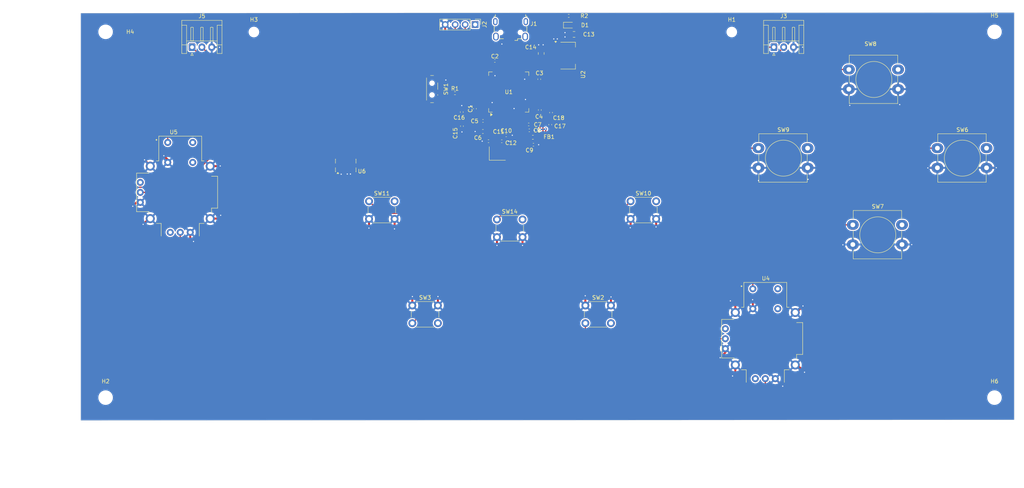
<source format=kicad_pcb>
(kicad_pcb (version 20241229) (generator "pcbnew") (generator_version "9.0")
  (layers (0 "F.Cu" signal) (2 "B.Cu" power) (13 "F.Paste" user) (15 "B.Paste" user) (5 "F.SilkS" user "F.Silkscreen") (7 "B.SilkS" user "B.Silkscreen") (1 "F.Mask" user) (3 "B.Mask" user) (25 "Edge.Cuts" user))
  (net 0 "")
  (net 1 "GND")
  (net 2 "+3.3V")
  (net 3 "+3.3VA")
  (net 4 "/NRST")
  (net 5 "/HSE_IN")
  (net 6 "/HSE_OUT")
  (net 7 "VBUS")
  (net 8 "/PWR_LED_Cathode")
  (net 12 "/USB_D-")
  (net 14 "/USB_D+")
  (net 16 "/SWDIO")
  (net 17 "/SWCLK")
  (net 18 "/SW_BOOT0")
  (net 19 "/BOOT0")
  (net 20 "home")
  (net 21 "capture")
  (net 22 "A")
  (net 23 "B")
  (net 24 "X")
  (net 25 "Y")
  (net 26 "+")
  (net 27 "-")
  (net 28 "ACC_control")
  (net 49 "vlx")
  (net 50 "vly")
  (net 51 "vrx")
  (net 52 "vry")
  (net 53 "cs")
  (net 54 "jl")
  (net 55 "SDO")
  (net 56 "jr")
  (net 57 "SDI")
  (net 58 "SCL")
  (net 59 "r")
  (net 60 "zr")
  (net 61 "l")
  (net 62 "zl")
  (footprint "Capacitor_SMD:C_0402_1005Metric" (layer "F.Cu") (at 145 41.65 90)
    (property "Reference" "C1")
    (property "Value" "100n")
  )
  (footprint "MountingHole:MountingHole_3.2mm_M3" (layer "F.Cu") (at 51.1 22.1)
    (property "Reference" "H4")
    (property "Value" "MountingHole")
  )
  (footprint "Capacitor_SMD:C_0402_1005Metric" (layer "F.Cu") (at 159.87826 50.8)
    (property "Reference" "C9")
    (property "Value" "1u")
  )
  (footprint "Capacitor_SMD:C_0402_1005Metric" (layer "F.Cu") (at 141.7 46.08 -90)
    (property "Reference" "C15")
    (property "Value" "10n")
  )
  (footprint "COM-09032:XDCR_COM-09032" (layer "F.Cu") (at 70.075 62.92)
    (property "Reference" "U5")
    (property "Value" "joystick_left")
  )
  (footprint "Connector_JST:JST_EH_S3B-EH_1x03_P2.50mm_Horizontal" (layer "F.Cu") (at 221 26)
    (property "Reference" "J3")
    (property "Value" "Conn_01x03_Pin")
  )
  (footprint "MountingHole:MountingHole_3.2mm_M3" (layer "F.Cu") (at 277.1 115.1)
    (property "Reference" "H6")
    (property "Value" "MountingHole")
  )
  (footprint "Package_TO_SOT_SMD:SOT-223-3_TabPin2" (layer "F.Cu") (at 168.65 28.15)
    (property "Reference" "U2")
    (property "Value" "AMS1117-3.3")
  )
  (footprint "Button_Switch_THT:SW_PUSH_6mm" (layer "F.Cu") (at 184.58 65.1725)
    (property "Reference" "SW10")
    (property "Value" "SW_Push")
  )
  (footprint "Capacitor_SMD:C_0402_1005Metric" (layer "F.Cu") (at 151.829 49.928435)
    (property "Reference" "C12")
    (property "Value" "10p")
  )
  (footprint "Capacitor_SMD:C_0402_1005Metric" (layer "F.Cu") (at 161.35 34.15 -90)
    (property "Reference" "C3")
    (property "Value" "100n")
  )
  (footprint "Button_Switch_THT:SW_PUSH_6mm" (layer "F.Cu") (at 150.6 69.8)
    (property "Reference" "SW14")
    (property "Value" "SW_Push")
  )
  (footprint "Capacitor_SMD:C_0402_1005Metric" (layer "F.Cu") (at 150.065 29.4875)
    (property "Reference" "C2")
    (property "Value" "100n")
  )
  (footprint "Capacitor_SMD:C_0805_2012Metric" (layer "F.Cu") (at 161.85 27.6 90)
    (property "Reference" "C14")
    (property "Value" "22u")
  )
  (footprint "Connector_JST:JST_EH_S3B-EH_1x03_P2.50mm_Horizontal" (layer "F.Cu") (at 73.08 26)
    (property "Reference" "J5")
    (property "Value" "Conn_01x03_Pin")
  )
  (footprint "Package_LGA:LGA-14_3x5mm_P0.8mm_LayoutBorder1x6y" (layer "F.Cu") (at 112.15 56.0725 90)
    (property "Reference" "U6")
    (property "Value" "ADXL343")
  )
  (footprint "Button_Switch_THT:SW_PUSH-12mm_Wuerth-430476085716" (layer "F.Cu") (at 217.08 51.6725)
    (property "Reference" "SW9")
    (property "Value" "SW_Push")
  )
  (footprint "Capacitor_SMD:C_0402_1005Metric" (layer "F.Cu") (at 148.45 49.9 180)
    (property "Reference" "C11")
    (property "Value" "10p")
  )
  (footprint "COM-09032:XDCR_COM-09032" (layer "F.Cu") (at 218.825 100.12)
    (property "Reference" "U4")
    (property "Value" "joystick_right")
  )
  (footprint "Resistor_SMD:R_0402_1005Metric" (layer "F.Cu") (at 168.85 18.05)
    (property "Reference" "R2")
    (property "Value" "1.5k")
  )
  (footprint "Capacitor_SMD:C_0402_1005Metric" (layer "F.Cu") (at 152.95 48.4)
    (property "Reference" "C10")
    (property "Value" "100n")
  )
  (footprint "LED_SMD:LED_0603_1608Metric" (layer "F.Cu") (at 169 20.4)
    (property "Reference" "D1")
    (property "Value" "RED")
  )
  (footprint "Capacitor_SMD:C_0603_1608Metric" (layer "F.Cu") (at 147.025 47.4375 180)
    (property "Reference" "C6")
    (property "Value" "10u")
  )
  (footprint "Connector_USB:USB_Micro-B_Wuerth_629105150521" (layer "F.Cu") (at 154.055 21.455 180)
    (property "Reference" "J1")
    (property "Value" "USB_B_Micro")
  )
  (footprint "Capacitor_SMD:C_0402_1005Metric" (layer "F.Cu") (at 147.05 44.75 180)
    (property "Reference" "C5")
    (property "Value" "100n")
  )
  (footprint "Crystal:Crystal_SMD_3225-4Pin_3.2x2.5mm" (layer "F.Cu") (at 150.699 53.028435)
    (property "Reference" "Y1" (hide yes))
    (property "Value" "8MHz")
  )
  (footprint "MountingHole:MountingHole_3.2mm_M3" (layer "F.Cu") (at 277.1 22.1)
    (property "Reference" "H5")
    (property "Value" "MountingHole")
  )
  (footprint "Package_QFP:LQFP-64_10x10mm_P0.5mm" (layer "F.Cu") (at 153.6 37.4 90)
    (property "Reference" "U1")
    (property "Value" "STM32F446RETx")
  )
  (footprint "MountingHole:MountingHole_3.2mm_M3" (layer "F.Cu") (at 51.1 115.1)
    (property "Reference" "H2")
    (property "Value" "MountingHole")
  )
  (footprint "Button_Switch_THT:SW_PUSH-12mm_Wuerth-430476085716" (layer "F.Cu") (at 262.58 51.6725)
    (property "Reference" "SW6")
    (property "Value" "SW_Push")
  )
  (footprint "Button_Switch_THT:SW_PUSH_6mm" (layer "F.Cu") (at 129.08 91.6725)
    (property "Reference" "SW3")
    (property "Value" "SW_Push")
  )
  (footprint "Capacitor_SMD:C_0402_1005Metric" (layer "F.Cu") (at 158.67 45.65 180)
    (property "Reference" "C7")
    (property "Value" "10n")
  )
  (footprint "Capacitor_SMD:C_0402_1005Metric" (layer "F.Cu") (at 141.65 42.5 90)
    (property "Reference" "C16")
    (property "Value" "10n")
  )
  (footprint "Button_Switch_THT:SW_PUSH-12mm_Wuerth-430476085716" (layer "F.Cu") (at 240.08 31.6725)
    (property "Reference" "SW8")
    (property "Value" "SW_Push")
  )
  (footprint "Connector_PinHeader_2.54mm:PinHeader_1x04_P2.54mm_Vertical" (layer "F.Cu") (at 145.06 20.25 -90)
    (property "Reference" "J2")
    (property "Value" "Conn_01x04_Pin")
  )
  (footprint "Capacitor_SMD:C_0402_1005Metric" (layer "F.Cu") (at 164.35 42.63 90)
    (property "Reference" "C18")
    (property "Value" "10n")
  )
  (footprint "Capacitor_SMD:C_0805_2012Metric" (layer "F.Cu") (at 170.2 22.75 180)
    (property "Reference" "C13")
    (property "Value" "22u")
  )
  (footprint "Button_Switch_THT:SW_PUSH_6mm" (layer "F.Cu") (at 118.08 65.1725)
    (property "Reference" "SW11")
    (property "Value" "SW_Push")
  )
  (footprint "Button_Switch_SMD:SW_SPDT_PCM12" (layer "F.Cu") (at 134.425 36.65 -90)
    (property "Reference" "SW1")
    (property "Value" "SW_SPDT")
  )
  (footprint "Button_Switch_THT:SW_PUSH_6mm" (layer "F.Cu") (at 173.08 91.6725)
    (property "Reference" "SW2")
    (property "Value" "SW_Push")
  )
  (footprint "Capacitor_SMD:C_0402_1005Metric" (layer "F.Cu") (at 161.5 41.97 -90)
    (property "Reference" "C4")
    (property "Value" "100n")
  )
  (footprint "Capacitor_SMD:C_0402_1005Metric" (layer "F.Cu") (at 158.82826 47.15)
    (property "Reference" "C8")
    (property "Value" "1u")
  )
  (footprint "Button_Switch_THT:SW_PUSH-12mm_Wuerth-430476085716" (layer "F.Cu") (at 241.08 71.1725)
    (property "Reference" "SW7")
    (property "Value" "SW_Push")
  )
  (footprint "Inductor_SMD:L_0603_1608Metric" (layer "F.Cu") (at 159.72826 48.9)
    (property "Reference" "FB1")
    (property "Value" "120R")
  )
  (footprint "Capacitor_SMD:C_0402_1005Metric" (layer "F.Cu") (at 164.15 45.7 -90)
    (property "Reference" "C17")
    (property "Value" "10n")
  )
  (footprint "MountingHole:MountingHole_2.2mm_M2" (layer "F.Cu") (at 88.8 22.15)
    (property "Reference" "H3")
    (property "Value" "MountingHole")
  )
  (footprint "Resistor_SMD:R_0402_1005Metric" (layer "F.Cu") (at 139.925 37.7)
    (property "Reference" "R1")
    (property "Value" "10k")
  )
  (footprint "MountingHole:MountingHole_2.2mm_M2" (layer "F.Cu") (at 210.3 22.15)
    (property "Reference" "H1")
    (property "Value" "MountingHole")
  )
  (gr_line (start 44.8 120.9) (end 44.8 17.35) (stroke (width 0.05)) (layer "Edge.Cuts"))
  (gr_line (start 282.1 120.75) (end 44.8 120.9) (stroke (width 0.05)) (layer "Edge.Cuts"))
  (gr_line (start 44.8 17.35) (end 282.1 17.2) (stroke (width 0.05)) (layer "Edge.Cuts"))
  (gr_line (start 282.1 17.2) (end 282.1 120.75) (stroke (width 0.05)) (layer "Edge.Cuts"))
  (segment (start 110.95 58.25) (end 111 58.3) (width 0.5) (layer "F.Cu") (net 1))
  (segment (start 153.43 48.4) (end 154.55 48.4) (width 0.5) (layer "F.Cu") (net 1))
  (segment (start 62.455 56.2525) (end 62.455 56.105) (width 0.5) (layer "F.Cu") (net 1))
  (segment (start 208.665 103.635) (end 207.35 104.95) (width 0.5) (layer "F.Cu") (net 1))
  (segment (start 129.08 91.6725) (end 129.08 89.42) (width 0.5) (layer "F.Cu") (net 1))
  (segment (start 150.35 31.725) (end 150.35 32.781093) (width 0.3) (layer "F.Cu") (net 1))
  (segment (start 155.1 41.6) (end 154.95 41.6) (width 0.3) (layer "F.Cu") (net 1))
  (segment (start 147.97 49.9) (end 146.85 49.9) (width 0.5) (layer "F.Cu") (net 1))
  (segment (start 155.35 41.85) (end 155.1 41.6) (width 0.3) (layer "F.Cu") (net 1))
  (segment (start 141.7 46.56) (end 141.7 47.45) (width 0.5) (layer "F.Cu") (net 1))
  (segment (start 160.65 42.45) (end 161.5 42.45) (width 0.3) (layer "F.Cu") (net 1))
  (segment (start 137.44 22.56) (end 137.44 20.25) (width 0.5) (layer "F.Cu") (net 1))
  (segment (start 147.925 40.65) (end 145.52 40.65) (width 0.3) (layer "F.Cu") (net 1))
  (segment (start 240.08 36.6725) (end 240.08 40.58) (width 0.5) (layer "F.Cu") (net 1))
  (segment (start 110.95 57.0725) (end 110.95 58.25) (width 0.5) (layer "F.Cu") (net 1))
  (segment (start 241.08 76.1725) (end 238.6275 76.1725) (width 0.5) (layer "F.Cu") (net 1))
  (segment (start 137.55 34.4) (end 137.6 34.35) (width 0.5) (layer "F.Cu") (net 1))
  (segment (start 159.275 34.15) (end 157.65 34.15) (width 0.3) (layer "F.Cu") (net 1))
  (segment (start 72.615 73.08) (end 72.615 74.565) (width 0.5) (layer "F.Cu") (net 1))
  (segment (start 62.1125 69.5875) (end 60.65 71.05) (width 0.5) (layer "F.Cu") (net 1))
  (segment (start 118.08 71.97) (end 118.05 72) (width 0.5) (layer "F.Cu") (net 1))
  (segment (start 260.1775 56.6725) (end 260.15 56.7) (width 0.5) (layer "F.Cu") (net 1))
  (segment (start 155.35 43.075) (end 155.35 41.85) (width 0.3) (layer "F.Cu") (net 1))
  (segment (start 217.08 56.6725) (end 217.08 59.88) (width 0.5) (layer "F.Cu") (net 1))
  (segment (start 145.05 47.45) (end 145.0625 47.4375) (width 0.5) (layer "F.Cu") (net 1))
  (segment (start 146.57 44.75) (end 146.57 45.9425) (width 0.5) (layer "F.Cu") (net 1))
  (segment (start 124.58 72.17) (end 124.55 72.2) (width 0.5) (layer "F.Cu") (net 1))
  (segment (start 129.08 89.42) (end 129.1 89.4) (width 0.5) (layer "F.Cu") (net 1))
  (segment (start 135.58 89.42) (end 135.6 89.4) (width 0.5) (layer "F.Cu") (net 1))
  (segment (start 124.58 69.6725) (end 124.58 72.17) (width 0.5) (layer "F.Cu") (net 1))
  (segment (start 161.13 34.63) (end 161.35 34.63) (width 0.3) (layer "F.Cu") (net 1))
  (segment (start 78.08 26) (end 80 26) (width 0.3) (layer "F.Cu") (net 1))
  (segment (start 154.55 48.4) (end 154.5 48.4) (width 0.5) (layer "F.Cu") (net 1))
  (segment (start 215.65 90.25) (end 215.6 90.2) (width 0.5) (layer "F.Cu") (net 1))
  (segment (start 277.5275 56.6725) (end 277.55 56.65) (width 0.5) (layer "F.Cu") (net 1))
  (segment (start 157.1 74.3) (end 157.1 76.4) (width 0.5) (layer "F.Cu") (net 1))
  (segment (start 112.55 57.0725) (end 112.55 58.25) (width 0.5) (layer "F.Cu") (net 1))
  (segment (start 146.25 47.4375) (end 145.0625 47.4375) (width 0.5) (layer "F.Cu") (net 1))
  (segment (start 160.2 40.65) (end 160.55 41) (width 0.3) (layer "F.Cu") (net 1))
  (segment (start 226.9375 106.7875) (end 228.8 108.65) (width 0.5) (layer "F.Cu") (net 1))
  (segment (start 229.58 59.48) (end 229.7 59.6) (width 0.5) (layer "F.Cu") (net 1))
  (segment (start 211.205 106.7875) (end 211.205 108.895) (width 0.5) (layer "F.Cu") (net 1))
  (segment (start 191.08 69.6725) (end 191.08 71.67) (width 0.5) (layer "F.Cu") (net 1))
  (segment (start 160.35826 50.8) (end 161.2 50.8) (width 0.5) (layer "F.Cu") (net 1))
  (segment (start 146.57 45.9425) (end 146.35 46.1625) (width 0.5) (layer "F.Cu") (net 1))
  (segment (start 152.755 24.295) (end 151.85 25.2) (width 0.3) (layer "F.Cu") (net 1))
  (segment (start 157.9 40.65) (end 159.275 40.65) (width 0.3) (layer "F.Cu") (net 1))
  (segment (start 211.205 93.4525) (end 211.205 91.755) (width 0.5) (layer "F.Cu") (net 1))
  (segment (start 118.08 69.6725) (end 118.08 71.97) (width 0.5) (layer "F.Cu") (net 1))
  (segment (start 150.35 30.4325) (end 150.35 31.725) (width 0.3) (layer "F.Cu") (net 1))
  (segment (start 191.08 71.67) (end 191.05 71.7) (width 0.5) (layer "F.Cu") (net 1))
  (segment (start 135.855 34.4) (end 137.55 34.4) (width 0.5) (layer "F.Cu") (net 1))
  (segment (start 156.75 45.65) (end 158.19 45.65) (width 0.3) (layer "F.Cu") (net 1))
  (segment (start 141.65 42.02) (end 141.65 41.1) (width 0.5) (layer "F.Cu") (net 1))
  (segment (start 150.6 74.3) (end 150.6 76.4) (width 0.5) (layer "F.Cu") (net 1))
  (segment (start 253.58 76.1725) (end 256.0225 76.1725) (width 0.5) (layer "F.Cu") (net 1))
  (segment (start 226.445 106.7875) (end 226.9375 106.7875) (width 0.5) (layer "F.Cu") (net 1))
  (segment (start 160.55 42.35) (end 160.65 42.45) (width 0.3) (layer "F.Cu") (net 1))
  (segment (start 157.85 39.3) (end 157.85 40.6) (width 0.3) (layer "F.Cu") (net 1))
  (segment (start 153.65 49.9) (end 153.621565 49.928435) (width 0.5) (layer "F.Cu") (net 1))
  (segment (start 173.08 91.6725) (end 173.08 89.23) (width 0.5) (layer "F.Cu") (net 1))
  (segment (start 211.205 108.895) (end 210.5 109.6) (width 0.5) (layer "F.Cu") (net 1))
  (segment (start 173.08 89.23) (end 173.05 89.2) (width 0.5) (layer "F.Cu") (net 1))
  (segment (start 184.58 71.82) (end 184.5 71.9) (width 0.5) (layer "F.Cu") (net 1))
  (segment (start 150.2 33.15) (end 150.2 32.931093) (width 0.3) (layer "F.Cu") (net 1))
  (segment (start 149.392647 40.091014) (end 149.383669 40.082036) (width 0.3) (layer "F.Cu") (net 1))
  (segment (start 66.9 54.6) (end 65.9 53.6) (width 0.5) (layer "F.Cu") (net 1))
  (segment (start 155.35 44.25) (end 156.75 45.65) (width 0.3) (layer "F.Cu") (net 1))
  (segment (start 145.52 40.65) (end 145 41.17) (width 0.3) (layer "F.Cu") (net 1))
  (segment (start 80 26) (end 80.05 26.05) (width 0.3) (layer "F.Cu") (net 1))
  (segment (start 262.58 56.6725) (end 260.1775 56.6725) (width 0.5) (layer "F.Cu") (net 1))
  (segment (start 80.1975 56.2525) (end 80.25 56.2) (width 0.5) (layer "F.Cu") (net 1))
  (segment (start 215.65 92.5) (end 215.65 90.25) (width 0.5) (layer "F.Cu") (net 1))
  (segment (start 152.755 23.355) (end 152.755 24.295) (width 0.3) (layer "F.Cu") (net 1))
  (segment (start 179.58 91.6725) (end 179.58 89.52) (width 0.5) (layer "F.Cu") (net 1))
  (segment (start 238.6275 76.1725) (end 238.55 76.25) (width 0.5) (layer "F.Cu") (net 1))
  (segment (start 159.30826 47.15) (end 160.1 47.15) (width 0.5) (layer "F.Cu") (net 1))
  (segment (start 150.1 33.25) (end 150.2 33.15) (width 0.3) (layer "F.Cu") (net 1))
  (segment (start 252.58 40.18) (end 253 40.6) (width 0.5) (layer "F.Cu") (net 1))
  (segment (start 221.365 110.28) (end 221.365 110.315) (width 0.5) (layer "F.Cu") (net 1))
  (segment (start 155.35 43.075) (end 155.35 44.25) (width 0.3) (layer "F.Cu") (net 1))
  (segment (start 66.9 55.3) (end 66.9 54.6) (width 0.5) (layer "F.Cu") (net 1))
  (segment (start 135.58 91.6725) (end 135.58 89.42) (width 0.5) (layer "F.Cu") (net 1))
  (segment (start 77.695 69.5875) (end 79.5125 69.5875) (width 0.5) (layer "F.Cu") (net 1))
  (segment (start 221.365 110.315) (end 223.25 112.2) (width 0.5) (layer "F.Cu") (net 1))
  (segment (start 150.545 29.4875) (end 150.545 30.2375) (width 0.3) (layer "F.Cu") (net 1))
  (segment (start 157.85 40.6) (end 157.9 40.65) (width 0.3) (layer "F.Cu") (net 1))
  (segment (start 226.7475 93.4525) (end 228.4 91.8) (width 0.5) (layer "F.Cu") (net 1))
  (segment (start 79.5125 69.5875) (end 80.35 68.75) (width 0.5) (layer "F.Cu") (net 1))
  (segment (start 159.275 34.15) (end 160.65 34.15) (width 0.3) (layer "F.Cu") (net 1))
  (segment (start 211.205 91.755) (end 209.95 90.5) (width 0.5) (layer "F.Cu") (net 1))
  (segment (start 144.17 41.17) (end 143.95 40.95) (width 0.3) (layer "F.Cu") (net 1))
  (segment (start 150.545 30.2375) (end 150.35 30.4325) (width 0.3) (layer "F.Cu") (net 1))
  (segment (start 240.08 40.58) (end 240.3 40.8) (width 0.5) (layer "F.Cu") (net 1))
  (segment (start 141.7 47.45) (end 141.7 47.55) (width 0.5) (layer "F.Cu") (net 1))
  (segment (start 160.55 41) (end 160.55 42.35) (width 0.3) (layer "F.Cu") (net 1))
  (segment (start 149.392647 40.142647) (end 149.392647 40.091014) (width 0.3) (layer "F.Cu") (net 1))
  (segment (start 150.35 32.781093) (end 150.2 32.931093) (width 0.3) (layer "F.Cu") (net 1))
  (segment (start 275.08 56.6725) (end 277.5275 56.6725) (width 0.5) (layer "F.Cu") (net 1))
  (segment (start 252.58 36.6725) (end 252.58 40.18) (width 0.5) (layer "F.Cu") (net 1))
  (segment (start 77.695 56.2525) (end 80.1975 56.2525) (width 0.5) (layer "F.Cu") (net 1))
  (segment (start 58.99 65.46) (end 58 66.45) (width 0.5) (layer "F.Cu") (net 1))
  (segment (start 72.615 74.565) (end 73.45 75.4) (width 0.5) (layer "F.Cu") (net 1))
  (segment (start 148.885294 40.65) (end 149.392647 40.142647) (width 0.3) (layer "F.Cu") (net 1))
  (segment (start 141.65 41.1) (end 141.65 40.85) (width 0.5) (layer "F.Cu") (net 1))
  (segment (start 184.58 69.6725) (end 184.58 71.82) (width 0.5) (layer "F.Cu") (net 1))
  (segment (start 160.65 34.15) (end 161.13 34.63) (width 0.3) (layer "F.Cu") (net 1))
  (segment (start 62.455 69.5875) (end 62.1125 69.5875) (width 0.5) (layer "F.Cu") (net 1))
  (segment (start 146.25 46.2625) (end 146.25 47.4375) (width 0.5) (layer "F.Cu") (net 1))
  (segment (start 152.309 49.928435) (end 153.621565 49.928435) (width 0.5) (layer "F.Cu") (net 1))
  (segment (start 169.36 18.05) (end 170.25 18.05) (width 0.5) (layer "F.Cu") (net 1))
  (segment (start 226 26) (end 228.3 26) (width 0.3) (layer "F.Cu") (net 1))
  (segment (start 145 41.17) (end 144.17 41.17) (width 0.3) (layer "F.Cu") (net 1))
  (segment (start 217.08 59.88) (end 217.1 59.9) (width 0.5) (layer "F.Cu") (net 1))
  (segment (start 256.0225 76.1725) (end 256.05 76.2) (width 0.5) (layer "F.Cu") (net 1))
  (segment (start 146.35 46.1625) (end 146.25 46.2625) (width 0.3) (layer "F.Cu") (net 1))
  (segment (start 226.445 93.4525) (end 226.7475 93.4525) (width 0.5) (layer "F.Cu") (net 1))
  (segment (start 208.665 102.66) (end 208.665 103.635) (width 0.5) (layer "F.Cu") (net 1))
  (segment (start 147.925 40.65) (end 148.885294 40.65) (width 0.3) (layer "F.Cu") (net 1))
  (segment (start 229.58 56.6725) (end 229.58 59.48) (width 0.5) (layer "F.Cu") (net 1))
  (segment (start 59.915 65.46) (end 58.99 65.46) (width 0.5) (layer "F.Cu") (net 1))
  (segment (start 113.35 57.0725) (end 113.35 58.25) (width 0.5) (layer "F.Cu") (net 1))
  (segment (start 62.455 56.105) (end 61 54.65) (width 0.5) (layer "F.Cu") (net 1))
  (segment (start 159.275 40.65) (end 160.2 40.65) (width 0.3) (layer "F.Cu") (net 1))
  (segment (start 179.58 89.52) (end 179.6 89.5) (width 0.5) (layer "F.Cu") (net 1))
  (via (at 162.35 25.4) (size 0.6) (drill 0.3) (layers "F.Cu" "B.Cu") (net 1))
  (via (at 137.6 34.35) (size 0.7) (drill 0.3) (layers "F.Cu" "B.Cu") (net 1))
  (via (at 61 54.65) (size 0.7) (drill 0.3) (layers "F.Cu" "B.Cu") (net 1))
  (via (at 124.55 72.2) (size 0.7) (drill 0.3) (layers "F.Cu" "B.Cu") (net 1))
  (via (at 141.65 40.85) (size 0.7) (drill 0.3) (layers "F.Cu" "B.Cu") (net 1))
  (via (at 161.2 25.4) (size 0.6) (drill 0.3) (layers "F.Cu" "B.Cu") (net 1))
  (via (at 191.05 71.7) (size 0.7) (drill 0.3) (layers "F.Cu" "B.Cu") (net 1))
  (via (at 157.1 76.4) (size 0.7) (drill 0.3) (layers "F.Cu" "B.Cu") (net 1))
  (via (at 277.55 56.65) (size 0.7) (drill 0.3) (layers "F.Cu" "B.Cu") (net 1))
  (via (at 145.0625 47.4375) (size 0.7) (drill 0.3) (layers "F.Cu" "B.Cu") (net 1))
  (via (at 80.25 56.2) (size 0.7) (drill 0.3) (layers "F.Cu" "B.Cu") (net 1))
  (via (at 157.85 39.3) (size 0.7) (drill 0.3) (layers "F.Cu" "B.Cu") (net 1))
  (via (at 113.35 58.25) (size 0.7) (drill 0.3) (layers "F.Cu" "B.Cu") (net 1))
  (via (at 154.5 48.4) (size 0.7) (drill 0.3) (layers "F.Cu" "B.Cu") (net 1))
  (via (at 228.8 108.65) (size 0.7) (drill 0.3) (layers "F.Cu" "B.Cu") (net 1))
  (via (at 238.55 76.25) (size 0.7) (drill 0.3) (layers "F.Cu" "B.Cu") (net 1))
  (via (at 167.9 23.4) (size 0.6) (drill 0.3) (layers "F.Cu" "B.Cu") (net 1))
  (via (at 112.55 58.25) (size 0.7) (drill 0.3) (layers "F.Cu" "B.Cu") (net 1))
  (via (at 157.65 34.15) (size 0.7) (drill 0.3) (layers "F.Cu" "B.Cu") (net 1))
  (via (at 135.6 89.4) (size 0.7) (drill 0.3) (layers "F.Cu" "B.Cu") (net 1))
  (via (at 184.5 71.9) (size 0.7) (drill 0.3) (layers "F.Cu" "B.Cu") (net 1))
  (via (at 111 58.3) (size 0.7) (drill 0.3) (layers "F.Cu" "B.Cu") (net 1))
  (via (at 207.35 104.95) (size 0.7) (drill 0.3) (layers "F.Cu" "B.Cu") (net 1))
  (via (at 215.6 90.2) (size 0.7) (drill 0.3) (layers "F.Cu" "B.Cu") (net 1))
  (via (at 80.05 26.05) (size 0.7) (drill 0.3) (layers "F.Cu" "B.Cu") (net 1))
  (via (at 153.621565 49.928435) (size 0.7) (drill 0.3) (layers "F.Cu" "B.Cu") (net 1))
  (via (at 209.95 90.5) (size 0.7) (drill 0.3) (layers "F.Cu" "B.Cu") (net 1))
  (via (at 165.05 23.9) (size 0.6) (drill 0.3) (layers "F.Cu" "B.Cu") (net 1))
  (via (at 151.85 25.2) (size 0.6) (drill 0.3) (layers "F.Cu" "B.Cu") (net 1))
  (via (at 217.1 59.9) (size 0.7) (drill 0.3) (layers "F.Cu" "B.Cu") (net 1))
  (via (at 149.383669 40.082036) (size 0.7) (drill 0.3) (layers "F.Cu" "B.Cu") (net 1))
  (via (at 256.05 76.2) (size 0.7) (drill 0.3) (layers "F.Cu" "B.Cu") (net 1))
  (via (at 210.5 109.6) (size 0.7) (drill 0.3) (layers "F.Cu" "B.Cu") (net 1))
  (via (at 240.3 40.8) (size 0.7) (drill 0.3) (layers "F.Cu" "B.Cu") (net 1))
  (via (at 223.25 112.2) (size 0.7) (drill 0.3) (layers "F.Cu" "B.Cu") (net 1))
  (via (at 150.1 33.25) (size 0.7) (drill 0.3) (layers "F.Cu" "B.Cu") (net 1))
  (via (at 143.95 40.95) (size 0.7) (drill 0.3) (layers "F.Cu" "B.Cu") (net 1))
  (via (at 228.4 91.8) (size 0.7) (drill 0.3) (layers "F.Cu" "B.Cu") (net 1))
  (via (at 118.05 72) (size 0.7) (drill 0.3) (layers "F.Cu" "B.Cu") (net 1))
  (via (at 167.9 22.3) (size 0.6) (drill 0.3) (layers "F.Cu" "B.Cu") (net 1))
  (via (at 154.95 41.6) (size 0.7) (drill 0.3) (layers "F.Cu" "B.Cu") (net 1))
  (via (at 80.35 68.75) (size 0.7) (drill 0.3) (layers "F.Cu" "B.Cu") (net 1))
  (via (at 179.6 89.5) (size 0.7) (drill 0.3) (layers "F.Cu" "B.Cu") (net 1))
  (via (at 160.1 47.15) (size 0.7) (drill 0.3) (layers "F.Cu" "B.Cu") (net 1))
  (via (at 253 40.6) (size 0.7) (drill 0.3) (layers "F.Cu" "B.Cu") (net 1))
  (via (at 141.7 47.55) (size 0.7) (drill 0.3) (layers "F.Cu" "B.Cu") (net 1))
  (via (at 60.65 71.05) (size 0.7) (drill 0.3) (layers "F.Cu" "B.Cu") (net 1))
  (via (at 165.95 23.9) (size 0.6) (drill 0.3) (layers "F.Cu" "B.Cu") (net 1))
  (via (at 150.6 76.4) (size 0.7) (drill 0.3) (layers "F.Cu" "B.Cu") (net 1))
  (via (at 129.1 89.4) (size 0.7) (drill 0.3) (layers "F.Cu" "B.Cu") (net 1))
  (via (at 161.2 50.8) (size 0.7) (drill 0.3) (layers "F.Cu" "B.Cu") (net 1))
  (via (at 58 66.45) (size 0.7) (drill 0.3) (layers "F.Cu" "B.Cu") (net 1))
  (via (at 229.7 59.6) (size 0.7) (drill 0.3) (layers "F.Cu" "B.Cu") (net 1))
  (via (at 173.05 89.2) (size 0.7) (drill 0.3) (layers "F.Cu" "B.Cu") (net 1))
  (via (at 65.9 53.6) (size 0.7) (drill 0.3) (layers "F.Cu" "B.Cu") (net 1))
  (via (at 73.45 75.4) (size 0.7) (drill 0.3) (layers "F.Cu" "B.Cu") (net 1))
  (via (at 228.3 26) (size 0.7) (drill 0.3) (layers "F.Cu" "B.Cu") (net 1))
  (via (at 146.85 49.9) (size 0.7) (drill 0.3) (layers "F.Cu" "B.Cu") (net 1))
  (via (at 260.15 56.7) (size 0.7) (drill 0.3) (layers "F.Cu" "B.Cu") (net 1))
  (segment (start 159.275 33.65) (end 160.95 33.65) (width 0.3) (layer "F.Cu") (net 2))
  (segment (start 146.15 41.15) (end 145.17 42.13) (width 0.3) (layer "F.Cu") (net 2))
  (segment (start 160.97 33.67) (end 161.35 33.67) (width 0.3) (layer "F.Cu") (net 2))
  (segment (start 160.95 33.65) (end 160.97 33.67) (width 0.3) (layer "F.Cu") (net 2))
  (segment (start 160.51576 48.9) (end 160.51576 49.5625) (width 0.3) (layer "F.Cu") (net 2))
  (segment (start 171.15 22.75) (end 172.15 21.75) (width 0.5) (layer "F.Cu") (net 2))
  (segment (start 161.809999 41.49) (end 162.3 41.980001) (width 0.3) (layer "F.Cu") (net 2))
  (segment (start 149.585 30.1275) (end 149.85 30.3925) (width 0.3) (layer "F.Cu") (net 2))
  (segment (start 147.53 44.75) (end 147.53 45.83) (width 0.5) (layer "F.Cu") (net 2))
  (segment (start 160.85 40.15) (end 161.5 40.8) (width 0.3) (layer "F.Cu") (net 2))
  (segment (start 147.735 47.3725) (end 147.8 47.4375) (width 0.3) (layer "F.Cu") (net 2))
  (segment (start 171.15 21.7625) (end 169.7875 20.4) (width 0.5) (layer "F.Cu") (net 2))
  (segment (start 165.15 27.95) (end 165.45 27.95) (width 0.2) (layer "F.Cu") (net 2))
  (segment (start 160.95 33.65) (end 161 33.65) (width 0.3) (layer "F.Cu") (net 2))
  (segment (start 162.3 50.9) (end 161.35 51.85) (width 0.3) (layer "F.Cu") (net 2))
  (segment (start 161.5 41.49) (end 161.809999 41.49) (width 0.3) (layer "F.Cu") (net 2))
  (segment (start 175.05 22.65) (end 175.05 31.75) (width 0.5) (layer "F.Cu") (net 2))
  (segment (start 149.85 43.075) (end 148.175 44.75) (width 0.3) (layer "F.Cu") (net 2))
  (segment (start 148.175 44.75) (end 147.53 44.75) (width 0.3) (layer "F.Cu") (net 2))
  (segment (start 172.15 21.75) (end 174.15 21.75) (width 0.5) (layer "F.Cu") (net 2))
  (segment (start 147.735 46.035) (end 147.735 47.3725) (width 0.5) (layer "F.Cu") (net 2))
  (segment (start 145.17 42.13) (end 145 42.13) (width 0.3) (layer "F.Cu") (net 2))
  (segment (start 149.585 29.4875) (end 149.585 30.1275) (width 0.3) (layer "F.Cu") (net 2))
  (segment (start 159.39826 50.84826) (end 159.39826 50.8) (width 0.3) (layer "F.Cu") (net 2))
  (segment (start 171.2125 22.6125) (end 171.15 22.55) (width 0.2) (layer "F.Cu") (net 2))
  (segment (start 161.35 51.85) (end 160.4 51.85) (width 0.3) (layer "F.Cu") (net 2))
  (segment (start 162.3 41.980001) (end 162.3 50.9) (width 0.3) (layer "F.Cu") (net 2))
  (segment (start 147.53 45.83) (end 147.735 46.035) (width 0.5) (layer "F.Cu") (net 2))
  (segment (start 173.13 33.67) (end 161.35 33.67) (width 0.5) (layer "F.Cu") (net 2))
  (segment (start 161.35 33.67) (end 161.35 33.65) (width 0.3) (layer "F.Cu") (net 2))
  (segment (start 175.05 31.75) (end 173.13 33.67) (width 0.5) (layer "F.Cu") (net 2))
  (segment (start 161.5 40.8) (end 161.5 41.49) (width 0.3) (layer "F.Cu") (net 2))
  (segment (start 160.4 51.85) (end 159.39826 50.84826) (width 0.3) (layer "F.Cu") (net 2))
  (segment (start 159.275 40.15) (end 160.85 40.15) (width 0.3) (layer "F.Cu") (net 2))
  (segment (start 171.15 22.75) (end 171.15 21.7625) (width 0.5) (layer "F.Cu") (net 2))
  (segment (start 160.51576 49.5625) (end 159.39826 50.68) (width 0.3) (layer "F.Cu") (net 2))
  (segment (start 149.85 30.3925) (end 149.85 31.725) (width 0.3) (layer "F.Cu") (net 2))
  (segment (start 147.925 41.15) (end 146.15 41.15) (width 0.3) (layer "F.Cu") (net 2))
  (segment (start 159.39826 50.68) (end 159.39826 50.8) (width 0.3) (layer "F.Cu") (net 2))
  (segment (start 174.15 21.75) (end 175.05 22.65) (width 0.5) (layer "F.Cu") (net 2))
  (segment (start 158.94076 48.1125) (end 158.94076 48.9) (width 0.3) (layer "F.Cu") (net 3))
  (segment (start 159.15 45.65) (end 159.15 46.3) (width 0.3) (layer "F.Cu") (net 3))
  (segment (start 156.6 44.75) (end 158.55 44.75) (width 0.3) (layer "F.Cu") (net 3))
  (segment (start 158.55 44.75) (end 159.15 45.35) (width 0.3) (layer "F.Cu") (net 3))
  (segment (start 159.15 45.35) (end 159.15 45.65) (width 0.3) (layer "F.Cu") (net 3))
  (segment (start 155.85 43.075) (end 155.85 44) (width 0.3) (layer "F.Cu") (net 3))
  (segment (start 159.15 46.3) (end 158.34826 47.10174) (width 0.3) (layer "F.Cu") (net 3))
  (segment (start 158.34826 47.52) (end 158.94076 48.1125) (width 0.3) (layer "F.Cu") (net 3))
  (segment (start 155.85 44) (end 156.6 44.75) (width 0.3) (layer "F.Cu") (net 3))
  (segment (start 158.34826 47.10174) (end 158.34826 47.15) (width 0.3) (layer "F.Cu") (net 3))
  (segment (start 158.34826 47.15) (end 158.34826 47.52) (width 0.3) (layer "F.Cu") (net 3))
  (segment (start 152.85 45.35) (end 152.42 45.78) (width 0.3) (layer "F.Cu") (net 4))
  (segment (start 152.42 45.78) (end 152.42 48.35) (width 0.3) (layer "F.Cu") (net 4))
  (segment (start 152.85 43.075) (end 152.85 45.35) (width 0.3) (layer "F.Cu") (net 4))
  (segment (start 152.42 48.35) (end 152.47 48.4) (width 0.3) (layer "F.Cu") (net 4))
  (segment (start 148.93 49.9) (end 148.849 49.981) (width 0.3) (layer "F.Cu") (net 5))
  (segment (start 150.45 45.6325) (end 150.45 48.25) (width 0.3) (layer "F.Cu") (net 5))
  (segment (start 148.849 49.981) (end 148.849 50.499) (width 0.3) (layer "F.Cu") (net 5))
  (segment (start 148.93 49.77) (end 148.93 49.9) (width 0.3) (layer "F.Cu") (net 5))
  (segment (start 150.45 48.25) (end 148.93 49.77) (width 0.3) (layer "F.Cu") (net 5))
  (segment (start 150.65 51.572565) (end 150.65 52.827435) (width 0.3) (layer "F.Cu") (net 5))
  (segment (start 148.849 50.499) (end 149.125935 50.775935) (width 0.3) (layer "F.Cu") (net 5))
  (segment (start 151.85 44.2325) (end 150.45 45.6325) (width 0.3) (layer "F.Cu") (net 5))
  (segment (start 149.85337 50.775935) (end 150.65 51.572565) (width 0.3) (layer "F.Cu") (net 5))
  (segment (start 151.85 43.075) (end 151.85 44.2325) (width 0.3) (layer "F.Cu") (net 5))
  (segment (start 150.65 52.827435) (end 149.599 53.878435) (width 0.3) (layer "F.Cu") (net 5))
  (segment (start 149.125935 50.775935) (end 149.85337 50.775935) (width 0.3) (layer "F.Cu") (net 5))
  (segment (start 152.35 44.85) (end 151.35 45.85) (width 0.3) (layer "F.Cu") (net 6))
  (segment (start 151.35 49.927435) (end 151.349 49.928435) (width 0.3) (layer "F.Cu") (net 6))
  (segment (start 151.35 45.85) (end 151.35 49.927435) (width 0.3) (layer "F.Cu") (net 6))
  (segment (start 151.349 49.928435) (end 151.349 51.728435) (width 0.3) (layer "F.Cu") (net 6))
  (segment (start 151.349 51.728435) (end 151.799 52.178435) (width 0.3) (layer "F.Cu") (net 6))
  (segment (start 152.35 43.075) (end 152.35 44.85) (width 0.3) (layer "F.Cu") (net 6))
  (segment (start 168.34 20.2725) (end 168.2125 20.4) (width 0.2) (layer "F.Cu") (net 8))
  (segment (start 154.581 24.292368) (end 154.581 23.479) (width 0.2) (layer "F.Cu") (net 12))
  (segment (start 154.581 23.479) (end 154.705 23.355) (width 0.2) (layer "F.Cu") (net 12))
  (segment (start 151.825 30.537499) (end 151.825 27.048368) (width 0.2) (layer "F.Cu") (net 12))
  (segment (start 151.85 30.562499) (end 151.825 30.537499) (width 0.2) (layer "F.Cu") (net 12))
  (segment (start 151.825 27.048368) (end 154.581 24.292368) (width 0.2) (layer "F.Cu") (net 12))
  (segment (start 151.85 31.725) (end 151.85 30.562499) (width 0.2) (layer "F.Cu") (net 12))
  (segment (start 154.055 24.182) (end 154.055 23.355) (width 0.2) (layer "F.Cu") (net 14))
  (segment (start 151.375 30.537499) (end 151.375 26.862) (width 0.2) (layer "F.Cu") (net 14))
  (segment (start 151.35 31.725) (end 151.35 30.562499) (width 0.2) (layer "F.Cu") (net 14))
  (segment (start 151.35 30.562499) (end 151.375 30.537499) (width 0.2) (layer "F.Cu") (net 14))
  (segment (start 151.375 26.862) (end 154.055 24.182) (width 0.2) (layer "F.Cu") (net 14))
  (segment (start 149.75 34.25) (end 150.55 34.25) (width 0.3) (layer "F.Cu") (net 16))
  (segment (start 150.85 33.95) (end 150.85 31.725) (width 0.3) (layer "F.Cu") (net 16))
  (segment (start 142.52 26.22) (end 149.2 32.9) (width 0.3) (layer "F.Cu") (net 16))
  (segment (start 150.55 34.25) (end 150.85 33.95) (width 0.3) (layer "F.Cu") (net 16))
  (segment (start 149.2 33.7) (end 149.75 34.25) (width 0.3) (layer "F.Cu") (net 16))
  (segment (start 149.2 32.9) (end 149.2 33.7) (width 0.3) (layer "F.Cu") (net 16))
  (segment (start 142.52 20.25) (end 142.52 26.22) (width 0.3) (layer "F.Cu") (net 16))
  (segment (start 147.925 33.65) (end 139.98 25.705) (width 0.3) (layer "F.Cu") (net 17))
  (segment (start 139.98 25.705) (end 139.98 20.25) (width 0.3) (layer "F.Cu") (net 17))
  (segment (start 138 37.4) (end 138.3 37.7) (width 0.3) (layer "F.Cu") (net 18))
  (segment (start 138.3 37.7) (end 139.415 37.7) (width 0.3) (layer "F.Cu") (net 18))
  (segment (start 135.855 37.4) (end 138 37.4) (width 0.3) (layer "F.Cu") (net 18))
  (segment (start 145.45 37.7) (end 140.435 37.7) (width 0.3) (layer "F.Cu") (net 19))
  (segment (start 146.9 39.15) (end 145.45 37.7) (width 0.3) (layer "F.Cu") (net 19))
  (segment (start 147.925 39.15) (end 146.9 39.15) (width 0.3) (layer "F.Cu") (net 19))
  (segment (start 50.5 56.45) (end 50.5 82.6) (width 0.3) (layer "F.Cu") (net 20))
  (segment (start 67.3 52.05) (end 54.9 52.05) (width 0.3) (layer "F.Cu") (net 20))
  (segment (start 50.5 82.6) (end 71.55 103.65) (width 0.3) (layer "F.Cu") (net 20))
  (segment (start 54.9 52.05) (end 50.5 56.45) (width 0.3) (layer "F.Cu") (net 20))
  (segment (start 140.61152 31.06152) (end 88.28848 31.06152) (width 0.3) (layer "F.Cu") (net 20))
  (segment (start 146.7 37.15) (end 147.925 37.15) (width 0.3) (layer "F.Cu") (net 20))
  (segment (start 173.08 100.77) (end 173.08 96.1725) (width 0.3) (layer "F.Cu") (net 20))
  (segment (start 140.61152 31.06152) (end 146.7 37.15) (width 0.3) (layer "F.Cu") (net 20))
  (segment (start 71.55 103.65) (end 170.2 103.65) (width 0.3) (layer "F.Cu") (net 20))
  (segment (start 170.2 103.65) (end 173.08 100.77) (width 0.3) (layer "F.Cu") (net 20))
  (segment (start 88.28848 31.06152) (end 67.3 52.05) (width 0.3) (layer "F.Cu") (net 20))
  (segment (start 146.2 40.15) (end 144.85 38.8) (width 0.3) (layer "F.Cu") (net 21))
  (segment (start 54.7 72.4) (end 66.5 84.2) (width 0.3) (layer "F.Cu") (net 21))
  (segment (start 132.4 92.8525) (end 129.08 96.1725) (width 0.3) (layer "F.Cu") (net 21))
  (segment (start 141.65852 38.8) (end 137.97952 42.479) (width 0.3) (layer "F.Cu") (net 21))
  (segment (start 114.3 64.95) (end 115.85 63.4) (width 0.3) (layer "F.Cu") (net 21))
  (segment (start 137.97952 42.479) (end 88.271 42.479) (width 0.3) (layer "F.Cu") (net 21))
  (segment (start 144.85 38.8) (end 141.65852 38.8) (width 0.3) (layer "F.Cu") (net 21))
  (segment (start 130.1 68.25) (end 132.4 70.55) (width 0.3) (layer "F.Cu") (net 21))
  (segment (start 118.7 63.4) (end 123.55 68.25) (width 0.3) (layer "F.Cu") (net 21))
  (segment (start 132.4 70.55) (end 132.4 92.8525) (width 0.3) (layer "F.Cu") (net 21))
  (segment (start 66.5 84.2) (end 100.25 84.2) (width 0.3) (layer "F.Cu") (net 21))
  (segment (start 54.98 61.62) (end 54.7 61.9) (width 0.3) (layer "F.Cu") (net 21))
  (segment (start 100.25 84.2) (end 114.3 70.15) (width 0.3) (layer "F.Cu") (net 21))
  (segment (start 69.13 61.62) (end 54.98 61.62) (width 0.3) (layer "F.Cu") (net 21))
  (segment (start 54.7 61.9) (end 54.7 72.4) (width 0.3) (layer "F.Cu") (net 21))
  (segment (start 114.3 70.15) (end 114.3 64.95) (width 0.3) (layer "F.Cu") (net 21))
  (segment (start 123.55 68.25) (end 130.1 68.25) (width 0.3) (layer "F.Cu") (net 21))
  (segment (start 147.925 40.15) (end 146.2 40.15) (width 0.3) (layer "F.Cu") (net 21))
  (segment (start 115.85 63.4) (end 118.7 63.4) (width 0.3) (layer "F.Cu") (net 21))
  (segment (start 88.271 42.479) (end 69.13 61.62) (width 0.3) (layer "F.Cu") (net 21))
  (segment (start 163.19248 37.151) (end 163.349 37.151) (width 0.3) (layer "F.Cu") (net 22))
  (segment (start 163.349 37.151) (end 164.449 36.051) (width 0.3) (layer "F.Cu") (net 22))
  (segment (start 159.275 37.15) (end 163.19148 37.15) (width 0.3) (layer "F.Cu") (net 22))
  (segment (start 164.449 36.051) (end 231.201 36.051) (width 0.3) (layer "F.Cu") (net 22))
  (segment (start 231.201 36.051) (end 246.8225 51.6725) (width 0.3) (layer "F.Cu") (net 22))
  (segment (start 163.19148 37.15) (end 163.19248 37.151) (width 0.3) (layer "F.Cu") (net 22))
  (segment (start 246.8225 51.6725) (end 262.58 51.6725) (width 0.3) (layer "F.Cu") (net 22))
  (segment (start 164.85 39.35) (end 178.90852 39.35) (width 0.3) (layer "F.Cu") (net 23))
  (segment (start 178.90852 39.35) (end 210.73102 71.1725) (width 0.3) (layer "F.Cu") (net 23))
  (segment (start 210.73102 71.1725) (end 241.08 71.1725) (width 0.3) (layer "F.Cu") (net 23))
  (segment (start 163.15 39.35) (end 165.65 39.35) (width 0.3) (layer "F.Cu") (net 23))
  (segment (start 159.275 38.15) (end 161.95 38.15) (width 0.3) (layer "F.Cu") (net 23))
  (segment (start 161.95 38.15) (end 163.15 39.35) (width 0.3) (layer "F.Cu") (net 23))
  (segment (start 230.8 35.55) (end 234.6775 31.6725) (width 0.3) (layer "F.Cu") (net 24))
  (segment (start 163.1 36.65) (end 164.2 35.55) (width 0.3) (layer "F.Cu") (net 24))
  (segment (start 164.2 35.55) (end 230.8 35.55) (width 0.3) (layer "F.Cu") (net 24))
  (segment (start 159.275 36.65) (end 163.1 36.65) (width 0.3) (layer "F.Cu") (net 24))
  (segment (start 234.6775 31.6725) (end 240.08 31.6725) (width 0.3) (layer "F.Cu") (net 24))
  (segment (start 191.93954 51.6725) (end 178.51704 38.25) (width 0.3) (layer "F.Cu") (net 25))
  (segment (start 162.75 37.65) (end 163.35 38.25) (width 0.3) (layer "F.Cu") (net 25))
  (segment (start 217.08 51.6725) (end 191.93954 51.6725) (width 0.3) (layer "F.Cu") (net 25))
  (segment (start 163.35 38.25) (end 165.55 38.25) (width 0.3) (layer "F.Cu") (net 25))
  (segment (start 178.51704 38.25) (end 164.45952 38.25) (width 0.3) (layer "F.Cu") (net 25))
  (segment (start 159.275 37.65) (end 162.75 37.65) (width 0.3) (layer "F.Cu") (net 25))
  (segment (start 67.55 52.6) (end 55.05852 52.6) (width 0.3) (layer "F.Cu") (net 26))
  (segment (start 88.55 31.6) (end 67.55 52.6) (width 0.3) (layer "F.Cu") (net 26))
  (segment (start 146.45 37.65) (end 140.4 31.6) (width 0.3) (layer "F.Cu") (net 26))
  (segment (start 55.05852 52.6) (end 51.001 56.65752) (width 0.3) (layer "F.Cu") (net 26))
  (segment (start 148.2 101.6) (end 148.2 101.5525) (width 0.3) (layer "F.Cu") (net 26))
  (segment (start 71.52926 102.92074) (end 71.75 102.7) (width 0.3) (layer "F.Cu") (net 26))
  (segment (start 147.1 102.7) (end 148.2 101.6) (width 0.3) (layer "F.Cu") (net 26))
  (segment (start 140.4 31.6) (end 88.55 31.6) (width 0.3) (layer "F.Cu") (net 26))
  (segment (start 51.001 82.39248) (end 71.52926 102.92074) (width 0.3) (layer "F.Cu") (net 26))
  (segment (start 147.925 37.65) (end 146.45 37.65) (width 0.3) (layer "F.Cu") (net 26))
  (segment (start 148.2 101.5525) (end 184.58 65.1725) (width 0.3) (layer "F.Cu") (net 26))
  (segment (start 51.001 56.65752) (end 51.001 82.39248) (width 0.3) (layer "F.Cu") (net 26))
  (segment (start 71.75 102.7) (end 147.1 102.7) (width 0.3) (layer "F.Cu") (net 26))
  (segment (start 83.823625 41.4) (end 75 50.223625) (width 0.3) (layer "F.Cu") (net 27))
  (segment (start 147.925 39.65) (end 146.65 39.65) (width 0.3) (layer "F.Cu") (net 27))
  (segment (start 51.9 63.55) (end 51.9 82.099) (width 0.3) (layer "F.Cu") (net 27))
  (segment (start 146.65 39.65) (end 145.2 38.2) (width 0.3) (layer "F.Cu") (net 27))
  (segment (start 120.45 67.5425) (end 118.08 65.1725) (width 0.3) (layer "F.Cu") (net 27))
  (segment (start 138.65 39.8) (end 137.05 41.4) (width 0.3) (layer "F.Cu") (net 27))
  (segment (start 104.65 102.15) (end 120.45 86.35) (width 0.3) (layer "F.Cu") (net 27))
  (segment (start 139.95 39.8) (end 138.65 39.8) (width 0.3) (layer "F.Cu") (net 27))
  (segment (start 75 50.223625) (end 75 51.2) (width 0.3) (layer "F.Cu") (net 27))
  (segment (start 67.15 59.05) (end 56.4 59.05) (width 0.3) (layer "F.Cu") (net 27))
  (segment (start 141.55 38.2) (end 139.95 39.8) (width 0.3) (layer "F.Cu") (net 27))
  (segment (start 120.45 86.35) (end 120.45 67.5425) (width 0.3) (layer "F.Cu") (net 27))
  (segment (start 56.4 59.05) (end 51.9 63.55) (width 0.3) (layer "F.Cu") (net 27))
  (segment (start 72 102.199) (end 72.049 102.15) (width 0.3) (layer "F.Cu") (net 27))
  (segment (start 51.9 82.099) (end 72 102.199) (width 0.3) (layer "F.Cu") (net 27))
  (segment (start 145.2 38.2) (end 141.55 38.2) (width 0.3) (layer "F.Cu") (net 27))
  (segment (start 137.05 41.4) (end 83.823625 41.4) (width 0.3) (layer "F.Cu") (net 27))
  (segment (start 75 51.2) (end 67.15 59.05) (width 0.3) (layer "F.Cu") (net 27))
  (segment (start 72.049 102.15) (end 104.65 102.15) (width 0.3) (layer "F.Cu") (net 27))
  (segment (start 155.849 64.551) (end 150.6 69.8) (width 0.3) (layer "F.Cu") (net 28))
  (segment (start 155.849 48.049) (end 155.849 64.551) (width 0.3) (layer "F.Cu") (net 28))
  (segment (start 153.35 45.55) (end 155.849 48.049) (width 0.3) (layer "F.Cu") (net 28))
  (segment (start 153.35 43.075) (end 153.35 45.55) (width 0.3) (layer "F.Cu") (net 28))
  (segment (start 156.35 41.75) (end 155 40.4) (width 0.3) (layer "F.Cu") (net 49))
  (segment (start 156.35 43.075) (end 156.35 41.75) (width 0.3) (layer "F.Cu") (net 49))
  (segment (start 86.9 69.8) (end 77 79.7) (width 0.3) (layer "F.Cu") (net 49))
  (segment (start 88.85 45.6) (end 86.9 47.55) (width 0.3) (layer "F.Cu") (net 49))
  (segment (start 70.075 78.225) (end 70.075 73.08) (width 0.3) (layer "F.Cu") (net 49))
  (segment (start 86.9 47.55) (end 86.9 69.8) (width 0.3) (layer "F.Cu") (net 49))
  (segment (start 151.145466 40.4) (end 148.15 43.395466) (width 0.3) (layer "F.Cu") (net 49))
  (segment (start 142.55 45.6) (end 141.7 45.6) (width 0.3) (layer "F.Cu") (net 49))
  (segment (start 70.075 78.225) (end 71.55 79.7) (width 0.3) (layer "F.Cu") (net 49))
  (segment (start 147.8 43.75) (end 144.4 43.75) (width 0.3) (layer "F.Cu") (net 49))
  (segment (start 148.15 43.395466) (end 148.15 43.4) (width 0.3) (layer "F.Cu") (net 49))
  (segment (start 148.15 43.4) (end 147.8 43.75) (width 0.3) (layer "F.Cu") (net 49))
  (segment (start 155 40.4) (end 151.145466 40.4) (width 0.3) (layer "F.Cu") (net 49))
  (segment (start 141.7 45.6) (end 88.85 45.6) (width 0.3) (layer "F.Cu") (net 49))
  (segment (start 71.55 79.7) (end 77 79.7) (width 0.3) (layer "F.Cu") (net 49))
  (segment (start 144.4 43.75) (end 142.55 45.6) (width 0.3) (layer "F.Cu") (net 49))
  (segment (start 147.474534 42.98) (end 141.65 42.98) (width 0.3) (layer "F.Cu") (net 50))
  (segment (start 88.854664 42.98) (end 68.914664 62.92) (width 0.3) (layer "F.Cu") (net 50))
  (segment (start 149.671498 40.783036) (end 147.474534 42.98) (width 0.3) (layer "F.Cu") (net 50))
  (segment (start 68.914664 62.92) (end 59.915 62.92) (width 0.3) (layer "F.Cu") (net 50))
  (segment (start 155.25 39.75) (end 150.704534 39.75) (width 0.3) (layer "F.Cu") (net 50))
  (segment (start 150.704534 39.75) (end 150.084669 40.369865) (width 0.3) (layer "F.Cu") (net 50))
  (segment (start 156.85 41.35) (end 155.25 39.75) (width 0.3) (layer "F.Cu") (net 50))
  (segment (start 150.084669 40.3724) (end 149.674033 40.783036) (width 0.3) (layer "F.Cu") (net 50))
  (segment (start 141.65 42.98) (end 88.854664 42.98) (width 0.3) (layer "F.Cu") (net 50))
  (segment (start 149.674033 40.783036) (end 149.671498 40.783036) (width 0.3) (layer "F.Cu") (net 50))
  (segment (start 156.85 43.075) (end 156.85 41.35) (width 0.3) (layer "F.Cu") (net 50))
  (segment (start 150.084669 40.369865) (end 150.084669 40.3724) (width 0.3) (layer "F.Cu") (net 50))
  (segment (start 159.275 39.65) (end 161.1 39.65) (width 0.3) (layer "F.Cu") (net 51))
  (segment (start 218.825 110.28) (end 218.825 114.525) (width 0.3) (layer "F.Cu") (net 51))
  (segment (start 213.125 80.275) (end 213.125 80.425) (width 0.3) (layer "F.Cu") (net 51))
  (segment (start 210.05 116.6) (end 202.4 108.95) (width 0.3) (layer "F.Cu") (net 51))
  (segment (start 213.125 80.425) (end 213.2 80.35) (width 0.3) (layer "F.Cu") (net 51))
  (segment (start 216.75 116.6) (end 210.05 116.6) (width 0.3) (layer "F.Cu") (net 51))
  (segment (start 161.1 39.65) (end 162.85 41.4) (width 0.3) (layer "F.Cu") (net 51))
  (segment (start 162.85 41.4) (end 162.85 44.8) (width 0.3) (layer "F.Cu") (net 51))
  (segment (start 202.4 91.15) (end 213.125 80.425) (width 0.3) (layer "F.Cu") (net 51))
  (segment (start 178.07 45.22) (end 178.85 46) (width 0.3) (layer "F.Cu") (net 51))
  (segment (start 178.85 46) (end 213.125 80.275) (width 0.3) (layer "F.Cu") (net 51))
  (segment (start 178.85 46) (end 178.075 45.225) (width 0.3) (layer "F.Cu") (net 51))
  (segment (start 162.85 44.8) (end 163.27 45.22) (width 0.3) (layer "F.Cu") (net 51))
  (segment (start 202.4 108.95) (end 202.4 91.15) (width 0.3) (layer "F.Cu") (net 51))
  (segment (start 163.27 45.22) (end 178.07 45.22) (width 0.3) (layer "F.Cu") (net 51))
  (segment (start 218.825 114.525) (end 216.75 116.6) (width 0.3) (layer "F.Cu") (net 51))
  (segment (start 163.489 42.639) (end 163.96 43.11) (width 0.3) (layer "F.Cu") (net 52))
  (segment (start 203 98.7) (end 204.42 100.12) (width 0.3) (layer "F.Cu") (net 52))
  (segment (start 203 91.25852) (end 203 98.7) (width 0.3) (layer "F.Cu") (net 52))
  (segment (start 163.489 41.289) (end 163.489 42.639) (width 0.3) (layer "F.Cu") (net 52))
  (segment (start 204.42 100.12) (end 208.665 100.12) (width 0.3) (layer "F.Cu") (net 52))
  (segment (start 213.701 80.55752) (end 203 91.25852) (width 0.3) (layer "F.Cu") (net 52))
  (segment (start 159.275 39.15) (end 161.35 39.15) (width 0.3) (layer "F.Cu") (net 52))
  (segment (start 164.33 43.13) (end 164.15 43.13) (width 0.3) (layer "F.Cu") (net 52))
  (segment (start 213.701 80.14248) (end 213.701 80.55752) (width 0.3) (layer "F.Cu") (net 52))
  (segment (start 164.35 43.11) (end 176.66852 43.11) (width 0.3) (layer "F.Cu") (net 52))
  (segment (start 161.35 39.15) (end 163.489 41.289) (width 0.3) (layer "F.Cu") (net 52))
  (segment (start 163.96 43.11) (end 164.35 43.11) (width 0.3) (layer "F.Cu") (net 52))
  (segment (start 164.35 43.11) (end 164.33 43.13) (width 0.3) (layer "F.Cu") (net 52))
  (segment (start 176.66852 43.11) (end 213.701 80.14248) (width 0.3) (layer "F.Cu") (net 52))
  (segment (start 157.45 47.15) (end 157.45 67) (width 0.3) (layer "F.Cu") (net 53))
  (segment (start 154.85 43.075) (end 154.85 44.55) (width 0.3) (layer "F.Cu") (net 53))
  (segment (start 128.6725 56.0725) (end 114.15 56.0725) (width 0.3) (layer "F.Cu") (net 53))
  (segment (start 148.7 72.5) (end 145.1 72.5) (width 0.3) (layer "F.Cu") (net 53))
  (segment (start 154.85 44.55) (end 157.45 47.15) (width 0.3) (layer "F.Cu") (net 53))
  (segment (start 157.45 67) (end 154.65 69.8) (width 0.3) (layer "F.Cu") (net 53))
  (segment (start 145.1 72.5) (end 128.6725 56.0725) (width 0.3) (layer "F.Cu") (net 53))
  (segment (start 153.1 72.5) (end 148.55 72.5) (width 0.3) (layer "F.Cu") (net 53))
  (segment (start 154.65 69.8) (end 154.65 70.95) (width 0.3) (layer "F.Cu") (net 53))
  (segment (start 154.65 70.95) (end 153.1 72.5) (width 0.3) (layer "F.Cu") (net 53))
  (segment (start 146.45 35.700001) (end 141.310519 30.56052) (width 0.3) (layer "F.Cu") (net 54))
  (segment (start 66.9 30.9) (end 66.9 50.22) (width 0.3) (layer "F.Cu") (net 54))
  (segment (start 141.310519 30.56052) (end 67.23948 30.56052) (width 0.3) (layer "F.Cu") (net 54))
  (segment (start 147.925 36.65) (end 146.95 36.65) (width 0.3) (layer "F.Cu") (net 54))
  (segment (start 67.23948 30.56052) (end 66.9 30.9) (width 0.3) (layer "F.Cu") (net 54))
  (segment (start 146.95 36.65) (end 146.45 36.15) (width 0.3) (layer "F.Cu") (net 54))
  (segment (start 146.45 36.15) (end 146.45 35.700001) (width 0.3) (layer "F.Cu") (net 54))
  (segment (start 152.89248 71.999) (end 145.30752 71.999) (width 0.3) (layer "F.Cu") (net 55))
  (segment (start 153.72074 71.17074) (end 152.89248 71.999) (width 0.3) (layer "F.Cu") (net 55))
  (segment (start 110.95 54.684822) (end 110.95 55.0725) (width 0.3) (layer "F.Cu") (net 55))
  (segment (start 127.30852 54) (end 111.634822 54) (width 0.3) (layer "F.Cu") (net 55))
  (segment (start 154.35 43.075) (end 154.35 44.85) (width 0.3) (layer "F.Cu") (net 55))
  (segment (start 111.634822 54) (end 110.95 54.684822) (width 0.3) (layer "F.Cu") (net 55))
  (segment (start 145.30752 71.999) (end 134.007521 60.699) (width 0.3) (layer "F.Cu") (net 55))
  (segment (start 154.35 44.85) (end 156.9 47.4) (width 0.3) (layer "F.Cu") (net 55))
  (segment (start 134.007521 60.699) (end 127.30852 54) (width 0.3) (layer "F.Cu") (net 55))
  (segment (start 156.9 66.84148) (end 153.72074 70.02074) (width 0.3) (layer "F.Cu") (net 55))
  (segment (start 156.9 47.4) (end 156.9 66.84148) (width 0.3) (layer "F.Cu") (net 55))
  (segment (start 153.72074 70.02074) (end 153.72074 71.17074) (width 0.3) (layer "F.Cu") (net 55))
  (segment (start 159.275 38.65) (end 161.65 38.65) (width 0.3) (layer "F.Cu") (net 56))
  (segment (start 161.65 38.65) (end 162.929 39.929) (width 0.3) (layer "F.Cu") (net 56))
  (segment (start 167.779 39.929) (end 177.529 39.929) (width 0.3) (layer "F.Cu") (net 56))
  (segment (start 177.529 39.929) (end 215.65 78.05) (width 0.3) (layer "F.Cu") (net 56))
  (segment (start 215.65 78.05) (end 215.65 87.42) (width 0.3) (layer "F.Cu") (net 56))
  (segment (start 162.929 39.929) (end 168.05 39.929) (width 0.3) (layer "F.Cu") (net 56))
  (segment (start 156.35 47.8) (end 156.35 66.68296) (width 0.3) (layer "F.Cu") (net 57))
  (segment (start 132.667042 58.65) (end 127.51604 53.499) (width 0.3) (layer "F.Cu") (net 57))
  (segment (start 145.51504 71.498) (end 141.583521 67.566479) (width 0.3) (layer "F.Cu") (net 57))
  (segment (start 153.85 45.3) (end 156.35 47.8) (width 0.3) (layer "F.Cu") (net 57))
  (segment (start 110.15 54.597501) (end 110.15 55.0725) (width 0.3) (layer "F.Cu") (net 57))
  (segment (start 151.534959 71.498) (end 145.51504 71.498) (width 0.3) (layer "F.Cu") (net 57))
  (segment (start 111.248501 53.499) (end 110.15 54.597501) (width 0.3) (layer "F.Cu") (net 57))
  (segment (start 153.85 43.075) (end 153.85 45.3) (width 0.3) (layer "F.Cu") (net 57))
  (segment (start 141.583521 67.566479) (end 132.667042 58.65) (width 0.3) (layer "F.Cu") (net 57))
  (segment (start 127.51604 53.499) (end 111.248501 53.499) (width 0.3) (layer "F.Cu") (net 57))
  (segment (start 156.35 66.68296) (end 151.534959 71.498) (width 0.3) (layer "F.Cu") (net 57))
  (segment (start 108.5275 56.0725) (end 110.15 56.0725) (width 0.3) (layer "F.Cu") (net 58))
  (segment (start 148.4 77.1) (end 128.95 57.65) (width 0.3) (layer "F.Cu") (net 58))
  (segment (start 156.85 40.64148) (end 161.55 45.34148) (width 0.3) (layer "F.Cu") (net 58))
  (segment (start 120.1 61.5) (end 108.85 61.5) (width 0.3) (layer "F.Cu") (net 58))
  (segment (start 161.55 45.34148) (end 161.55 46.9) (width 0.3) (layer "F.Cu") (net 58))
  (segment (start 163 46.8) (end 163 72.4) (width 0.3) (layer "F.Cu") (net 58))
  (segment (start 128.95 57.65) (end 123.95 57.65) (width 0.3) (layer "F.Cu") (net 58))
  (segment (start 163 72.4) (end 158.3 77.1) (width 0.3) (layer "F.Cu") (net 58))
  (segment (start 123.95 57.65) (end 120.1 61.5) (width 0.3) (layer "F.Cu") (net 58))
  (segment (start 107.55 60.2) (end 107.55 57.05) (width 0.3) (layer "F.Cu") (net 58))
  (segment (start 108.85 61.5) (end 107.55 60.2) (width 0.3) (layer "F.Cu") (net 58))
  (segment (start 107.55 57.05) (end 108.5275 56.0725) (width 0.3) (layer "F.Cu") (net 58))
  (segment (start 158.3 77.1) (end 148.4 77.1) (width 0.3) (layer "F.Cu") (net 58))
  (segment (start 156.85 31.725) (end 156.85 40.64148) (width 0.3) (layer "F.Cu") (net 58))
  (via (at 161.55 46.9) (size 0.7) (drill 0.3) (layers "F.Cu" "B.Cu") (net 58))
  (via (at 163 46.8) (size 0.7) (drill 0.3) (layers "F.Cu" "B.Cu") (net 58))
  (segment (start 161.55 46.9) (end 162.9 46.9) (width 0.3) (layer "B.Cu") (net 58))
  (segment (start 162.9 46.9) (end 163 46.8) (width 0.3) (layer "B.Cu") (net 58))
  (segment (start 159.275 36.15) (end 162.8 36.15) (width 0.3) (layer "F.Cu") (net 59))
  (segment (start 164.051 34.899) (end 165.399 34.899) (width 0.3) (layer "F.Cu") (net 59))
  (segment (start 214.6 34.9) (end 223.5 26) (width 0.3) (layer "F.Cu") (net 59))
  (segment (start 165.4 34.9) (end 214.6 34.9) (width 0.3) (layer "F.Cu") (net 59))
  (segment (start 162.8 36.15) (end 164.051 34.899) (width 0.3) (layer "F.Cu") (net 59))
  (segment (start 211.25 34.35) (end 219.6 26) (width 0.3) (layer "F.Cu") (net 60))
  (segment (start 163.9 34.35) (end 211.25 34.35) (width 0.3) (layer "F.Cu") (net 60))
  (segment (start 163.89148 34.35) (end 163.9 34.35) (width 0.3) (layer "F.Cu") (net 60))
  (segment (start 159.275 35.65) (end 162.59148 35.65) (width 0.3) (layer "F.Cu") (net 60))
  (segment (start 162.59148 35.65) (end 163.89148 34.35) (width 0.3) (layer "F.Cu") (net 60))
  (segment (start 219.6 26) (end 221 26) (width 0.3) (layer "F.Cu") (net 60))
  (segment (start 147.925 34.65) (end 147 34.65) (width 0.3) (layer "F.Cu") (net 61))
  (segment (start 147 34.65) (end 141.7 29.35) (width 0.3) (layer "F.Cu") (net 61))
  (segment (start 78.93 29.35) (end 75.58 26) (width 0.3) (layer "F.Cu") (net 61))
  (segment (start 141.7 29.35) (end 78.93 29.35) (width 0.3) (layer "F.Cu") (net 61))
  (segment (start 147.925 35.15) (end 146.60852 35.15) (width 0.3) (layer "F.Cu") (net 62))
  (segment (start 77.13952 30.05952) (end 73.08 26) (width 0.3) (layer "F.Cu") (net 62))
  (segment (start 146.60852 35.15) (end 146.60852 34.967041) (width 0.3) (layer "F.Cu") (net 62))
  (segment (start 141.701 30.05952) (end 77.13952 30.05952) (width 0.3) (layer "F.Cu") (net 62))
  (segment (start 146.60852 34.967041) (end 141.701 30.05952) (width 0.3) (layer "F.Cu") (net 62))
  (zone (net 7) (net_name "VBUS") (layer "F.Cu") (priority 1) (connect_pads yes (clearance 0.3)) (min_thickness 0.25) (fill yes (thermal_gap 0.5) (thermal_bridge_width 0.5))
    (polygon (pts (xy 155.75 22.55) (xy 155.75 24.3) (xy 160.45 27.8) (xy 162.75 27.85) (xy 163.2 29.55) (xy 166.65 29.6) (xy 167.05 30.25) (xy 167.05 30.7) (xy 166.7 31.3) (xy 164.5 31.3) (xy 164.05 31.05) (xy 155.45 25.4) (xy 155 24.6) (xy 155 22.4) (xy 155.15 22.25) (xy 155.5 22.25)))
  )
  (zone (net 2) (net_name "+3.3V") (layer "F.Cu") (priority 3) (connect_pads yes (clearance 0.3)) (min_thickness 0.25) (fill yes (thermal_gap 0.5) (thermal_bridge_width 0.5))
    (polygon (pts (xy 165.05 29.25) (xy 170 29.6) (xy 171.55 31.05) (xy 172.6 31.1) (xy 173.75 29.65) (xy 173.7 24.3) (xy 171.9 21.6) (xy 170.75 21.6) (xy 170.5 22.2) (xy 170.7 24.2) (xy 170.2 27.15) (xy 166.7 27.1) (xy 164.4 27.25) (xy 164.4 28.8)))
  )
  (zone (net 1) (net_name "GND") (layer "F.Cu") (priority 2) (connect_pads yes (clearance 0.3)) (min_thickness 0.25) (fill yes (thermal_gap 0.5) (thermal_bridge_width 0.5))
    (polygon (pts (xy 160.4 27.1) (xy 160.45 24.5) (xy 167.55 21.6) (xy 169.85 21.6) (xy 170.2 22.2) (xy 170.2 23.45) (xy 169.4 24.25) (xy 166.75 26.85) (xy 164.15 26.85) (xy 162.75 27.4) (xy 160.45 27.1)))
  )
  (zone (net 1) (net_name "GND") (layer "B.Cu") (connect_pads (clearance 0.3)) (min_thickness 0.25) (fill yes (thermal_gap 0.5) (thermal_bridge_width 0.5))
    (polygon (pts (xy 25.35 14.15) (xy 24.25 137.5) (xy 284.05 138.05) (xy 284.6 14.15)))
  )
)
</source>
